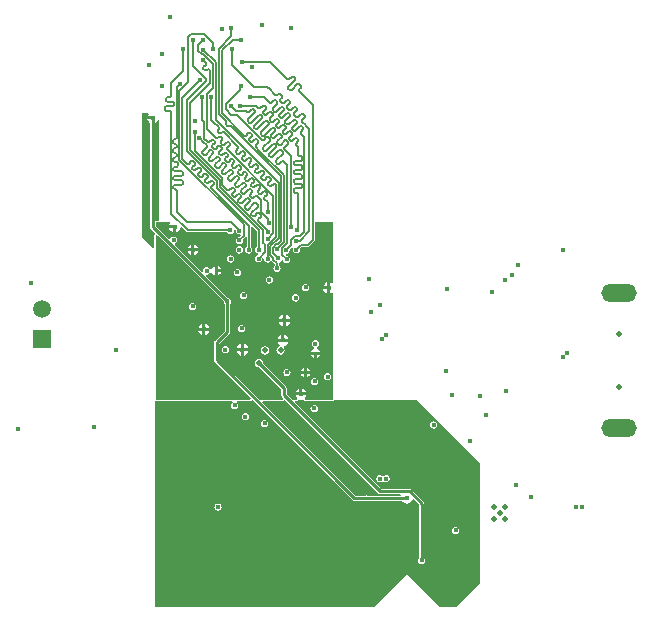
<source format=gbr>
%TF.GenerationSoftware,Altium Limited,Altium Designer,20.0.12 (288)*%
G04 Layer_Physical_Order=3*
G04 Layer_Color=16440176*
%FSLAX43Y43*%
%MOMM*%
%TF.FileFunction,Copper,L3,Inr,Signal*%
%TF.Part,Single*%
G01*
G75*
%TA.AperFunction,Conductor*%
%ADD33C,0.254*%
%ADD36C,0.174*%
%ADD39C,0.133*%
%TA.AperFunction,ComponentPad*%
%ADD41C,1.500*%
%ADD42R,1.500X1.500*%
%ADD43C,0.500*%
%ADD44O,3.000X1.500*%
%TA.AperFunction,ViaPad*%
%ADD45C,0.500*%
%ADD46C,0.432*%
%ADD47C,0.508*%
%ADD48C,0.305*%
G36*
X90714Y81030D02*
X90780Y81009D01*
Y72523D01*
X90451D01*
X90441Y72530D01*
Y80811D01*
X90560Y80890D01*
X90653Y81030D01*
X90714Y81030D01*
D02*
G37*
G36*
X89859Y81534D02*
X89778Y81413D01*
X89767Y81356D01*
X90221D01*
Y81102D01*
X89767D01*
X89778Y81046D01*
X89882Y80890D01*
X90001Y80811D01*
Y72009D01*
X90017Y71925D01*
X90065Y71853D01*
X90424Y71494D01*
X90383Y71370D01*
X90376Y71352D01*
X90362Y71338D01*
Y71319D01*
X90355Y71302D01*
Y70221D01*
X90237Y70173D01*
X89300Y71110D01*
Y81661D01*
X89810D01*
X89859Y81534D01*
D02*
G37*
G36*
X105487Y67313D02*
X105360Y67245D01*
X105284Y67295D01*
X105227Y67307D01*
Y66853D01*
Y66399D01*
X105284Y66410D01*
X105360Y66461D01*
X105487Y66393D01*
Y57392D01*
X105462Y57367D01*
X103103D01*
X103065Y57494D01*
X103107Y57522D01*
X103211Y57678D01*
X103222Y57734D01*
X102315D01*
X102326Y57678D01*
X102430Y57522D01*
X102472Y57494D01*
X102433Y57367D01*
X102012D01*
X101549Y57831D01*
Y58336D01*
X101532Y58420D01*
X101484Y58492D01*
X99530Y60445D01*
X99537Y60477D01*
X99510Y60611D01*
X99434Y60725D01*
X99321Y60800D01*
X99187Y60827D01*
X99053Y60800D01*
X98940Y60725D01*
X98864Y60611D01*
X98837Y60477D01*
X98864Y60344D01*
X98940Y60230D01*
X99053Y60154D01*
X99187Y60128D01*
X99219Y60134D01*
X101108Y58245D01*
Y57739D01*
X101125Y57655D01*
X101173Y57584D01*
X101272Y57485D01*
X101223Y57367D01*
X99271D01*
X95836Y60802D01*
Y62121D01*
X96676Y62961D01*
X96723Y63033D01*
X96740Y63117D01*
Y65491D01*
X96807Y65591D01*
X96831Y65710D01*
X96807Y65829D01*
X96740Y65930D01*
X96639Y65997D01*
X96521Y66020D01*
X94685Y67856D01*
X94747Y67973D01*
X94793Y67964D01*
X94912Y67988D01*
X95013Y68055D01*
X95065Y68133D01*
X95159Y68132D01*
X95197Y68120D01*
X95197Y68117D01*
X95287Y67982D01*
X95422Y67893D01*
X95453Y67886D01*
Y68275D01*
Y68664D01*
X95422Y68658D01*
X95287Y68568D01*
X95197Y68434D01*
X95197Y68431D01*
X95159Y68419D01*
X95065Y68417D01*
X95013Y68495D01*
X94912Y68562D01*
X94793Y68586D01*
X94674Y68562D01*
X94573Y68495D01*
X94506Y68394D01*
X94482Y68275D01*
X94491Y68230D01*
X94374Y68167D01*
X92075Y70466D01*
X92117Y70604D01*
X92118Y70604D01*
X92219Y70672D01*
X92286Y70772D01*
X92310Y70891D01*
X92286Y71010D01*
X92219Y71111D01*
X92118Y71179D01*
X91999Y71202D01*
X91880Y71179D01*
X91779Y71111D01*
X91712Y71010D01*
X91711Y71009D01*
X91574Y70967D01*
X90451Y72090D01*
Y72427D01*
X91644D01*
X91704Y72300D01*
X91632Y72193D01*
X91621Y72136D01*
X92075D01*
Y72009D01*
X92202D01*
Y71555D01*
X92258Y71567D01*
X92414Y71670D01*
X92518Y71826D01*
X92538Y71930D01*
X92676Y71971D01*
X93055Y71592D01*
X93107Y71558D01*
X93167Y71546D01*
X96513D01*
X96554Y71484D01*
X96655Y71417D01*
X96774Y71393D01*
X96893Y71417D01*
X96994Y71484D01*
X97061Y71585D01*
X97083Y71694D01*
X97123Y71722D01*
X97203Y71759D01*
X97244Y71725D01*
X97235Y71679D01*
X97259Y71561D01*
X97326Y71460D01*
X97427Y71392D01*
X97546Y71369D01*
X97672Y71275D01*
X97567Y71176D01*
X97561Y71177D01*
X97442Y71153D01*
X97342Y71086D01*
X97274Y70985D01*
X97251Y70866D01*
X97274Y70747D01*
X97342Y70646D01*
X97442Y70579D01*
X97561Y70555D01*
X97680Y70579D01*
X97781Y70646D01*
X97849Y70747D01*
X97872Y70866D01*
X97858Y70938D01*
X98029Y71110D01*
X98063Y71161D01*
X98063Y71162D01*
X98190Y71150D01*
Y70314D01*
X98129Y70273D01*
X98062Y70172D01*
X98038Y70053D01*
X98062Y69934D01*
X98129Y69833D01*
X98230Y69766D01*
X98349Y69742D01*
X98468Y69766D01*
X98569Y69833D01*
X98636Y69934D01*
X98660Y70053D01*
X98636Y70172D01*
X98569Y70273D01*
X98507Y70314D01*
Y71981D01*
X98634Y72033D01*
X99029Y71639D01*
Y70314D01*
X98967Y70273D01*
X98900Y70172D01*
X98876Y70053D01*
X98900Y69934D01*
X98967Y69833D01*
X99068Y69766D01*
X99151Y69750D01*
Y69620D01*
X99068Y69604D01*
X98967Y69536D01*
X98900Y69436D01*
X98876Y69317D01*
X98900Y69198D01*
X98967Y69097D01*
X99068Y69029D01*
X99187Y69006D01*
X99306Y69029D01*
X99407Y69097D01*
X99474Y69198D01*
X99498Y69317D01*
X99492Y69347D01*
X99524Y69370D01*
X99639Y69295D01*
X99638Y69291D01*
X99662Y69172D01*
X99729Y69071D01*
X99830Y69004D01*
X99949Y68980D01*
X100068Y69004D01*
X100169Y69071D01*
X100178Y69085D01*
X100257Y69097D01*
X100333Y69089D01*
X100566Y68856D01*
X100558Y68726D01*
X100517Y68698D01*
X100449Y68597D01*
X100426Y68478D01*
X100449Y68359D01*
X100517Y68259D01*
X100617Y68191D01*
X100736Y68168D01*
X100855Y68191D01*
X100956Y68259D01*
X101024Y68359D01*
X101047Y68478D01*
X101024Y68597D01*
X100956Y68698D01*
X100895Y68739D01*
Y68910D01*
X100965Y69038D01*
X101066Y69105D01*
X101120Y69186D01*
X101204Y69186D01*
X101252Y69172D01*
X101262Y69121D01*
X101329Y69021D01*
X101430Y68953D01*
X101549Y68930D01*
X101668Y68953D01*
X101769Y69021D01*
X101836Y69121D01*
X101860Y69240D01*
X101836Y69359D01*
X101769Y69460D01*
X101668Y69528D01*
X101549Y69551D01*
X101514Y69544D01*
X101469Y69595D01*
X101487Y69655D01*
X101527Y69721D01*
X101625Y69741D01*
X101726Y69808D01*
X101793Y69909D01*
X101817Y70028D01*
X101801Y70106D01*
X101983Y70288D01*
X102081Y70207D01*
X102075Y70198D01*
X102051Y70079D01*
X102075Y69960D01*
X102142Y69859D01*
X102243Y69791D01*
X102362Y69768D01*
X102481Y69791D01*
X102582Y69859D01*
X102649Y69960D01*
X102673Y70079D01*
X102658Y70151D01*
X102809Y70301D01*
X103327D01*
X103388Y70313D01*
X103439Y70348D01*
X103896Y70805D01*
X103931Y70856D01*
X103943Y70917D01*
Y72427D01*
X105487D01*
Y67313D01*
D02*
G37*
G36*
X96209Y65709D02*
X96233Y65591D01*
X96300Y65491D01*
Y63208D01*
X95460Y62368D01*
X95412Y62297D01*
X95395Y62212D01*
Y60711D01*
X95412Y60627D01*
X95460Y60556D01*
X98531Y57485D01*
X98482Y57367D01*
X90451D01*
Y71302D01*
X90568Y71350D01*
X96209Y65709D01*
D02*
G37*
G36*
X117898Y52045D02*
Y41825D01*
X115926Y39853D01*
X114465D01*
X111738Y42580D01*
X108959Y39802D01*
X90449D01*
Y57270D01*
X90451Y57271D01*
X96939D01*
X96977Y57144D01*
X96935Y57116D01*
X96868Y57015D01*
X96844Y56896D01*
X96868Y56777D01*
X96935Y56676D01*
X97036Y56609D01*
X97155Y56585D01*
X97274Y56609D01*
X97375Y56676D01*
X97442Y56777D01*
X97466Y56896D01*
X97442Y57015D01*
X97375Y57116D01*
X97333Y57144D01*
X97371Y57271D01*
X98482D01*
X98500Y57278D01*
X98519D01*
X98532Y57292D01*
X98550Y57299D01*
X98608Y57318D01*
X98654Y57320D01*
X98702Y57314D01*
X107137Y48878D01*
X107208Y48831D01*
X107293Y48814D01*
X111320D01*
X111399Y48695D01*
X111554Y48591D01*
X111738Y48555D01*
X111921Y48591D01*
X112076Y48695D01*
X112180Y48851D01*
X112189Y48895D01*
X112327Y48936D01*
X112777Y48486D01*
Y44004D01*
X112710Y43904D01*
X112686Y43785D01*
X112710Y43666D01*
X112777Y43565D01*
X112878Y43498D01*
X112997Y43474D01*
X113116Y43498D01*
X113217Y43565D01*
X113284Y43666D01*
X113308Y43785D01*
X113284Y43904D01*
X113217Y44004D01*
Y48578D01*
X113200Y48662D01*
X113153Y48733D01*
X112114Y49772D01*
X112043Y49820D01*
X111958Y49836D01*
X109543D01*
X102225Y57154D01*
X102274Y57271D01*
X102433D01*
X102455Y57280D01*
X102479Y57282D01*
X102488Y57294D01*
X102501Y57299D01*
X102510Y57321D01*
X102525Y57339D01*
X102538Y57379D01*
X102999D01*
X103011Y57339D01*
X103026Y57321D01*
X103035Y57299D01*
X103049Y57294D01*
X103058Y57282D01*
X103082Y57280D01*
X103103Y57271D01*
X105462D01*
X105530Y57299D01*
X105555Y57324D01*
X105578Y57379D01*
X112563D01*
X117898Y52045D01*
D02*
G37*
G36*
X101443Y57314D02*
X109296Y49461D01*
X109367Y49413D01*
X109451Y49396D01*
X111131D01*
X111203Y49269D01*
X111194Y49254D01*
X108471D01*
X100581Y57144D01*
X100587Y57271D01*
X101223D01*
X101241Y57278D01*
X101260D01*
X101274Y57292D01*
X101291Y57299D01*
X101365Y57324D01*
X101443Y57314D01*
D02*
G37*
G36*
X100577Y57148D02*
X108354Y49372D01*
X108305Y49254D01*
X107384D01*
X99484Y57154D01*
X99533Y57271D01*
X100577D01*
Y57148D01*
D02*
G37*
%LPC*%
G36*
X91948Y71882D02*
X91621D01*
X91632Y71826D01*
X91736Y71670D01*
X91892Y71567D01*
X91948Y71555D01*
Y71882D01*
D02*
G37*
G36*
X93751Y70507D02*
Y70180D01*
X94078D01*
X94067Y70237D01*
X93963Y70392D01*
X93808Y70496D01*
X93751Y70507D01*
D02*
G37*
G36*
X93497D02*
X93441Y70496D01*
X93286Y70392D01*
X93182Y70237D01*
X93171Y70180D01*
X93497D01*
Y70507D01*
D02*
G37*
G36*
X97561Y70364D02*
X97442Y70340D01*
X97342Y70273D01*
X97274Y70172D01*
X97251Y70053D01*
X97274Y69934D01*
X97342Y69833D01*
X97442Y69766D01*
X97561Y69742D01*
X97680Y69766D01*
X97781Y69833D01*
X97849Y69934D01*
X97872Y70053D01*
X97849Y70172D01*
X97781Y70273D01*
X97680Y70340D01*
X97561Y70364D01*
D02*
G37*
G36*
X94078Y69926D02*
X93751D01*
Y69600D01*
X93808Y69611D01*
X93963Y69715D01*
X94067Y69870D01*
X94078Y69926D01*
D02*
G37*
G36*
X93497D02*
X93171D01*
X93182Y69870D01*
X93286Y69715D01*
X93441Y69611D01*
X93497Y69600D01*
Y69926D01*
D02*
G37*
G36*
X96809Y69600D02*
X96690Y69576D01*
X96589Y69509D01*
X96522Y69408D01*
X96498Y69289D01*
X96522Y69170D01*
X96589Y69069D01*
X96690Y69002D01*
X96809Y68978D01*
X96928Y69002D01*
X97029Y69069D01*
X97096Y69170D01*
X97120Y69289D01*
X97096Y69408D01*
X97029Y69509D01*
X96928Y69576D01*
X96809Y69600D01*
D02*
G37*
G36*
X95707Y68664D02*
Y68402D01*
X95969D01*
X95963Y68434D01*
X95873Y68568D01*
X95739Y68658D01*
X95707Y68664D01*
D02*
G37*
G36*
X95969Y68148D02*
X95707D01*
Y67886D01*
X95739Y67893D01*
X95873Y67982D01*
X95963Y68117D01*
X95969Y68148D01*
D02*
G37*
G36*
X97384Y68455D02*
X97265Y68432D01*
X97165Y68364D01*
X97097Y68264D01*
X97074Y68145D01*
X97097Y68026D01*
X97165Y67925D01*
X97265Y67858D01*
X97384Y67834D01*
X97503Y67858D01*
X97604Y67925D01*
X97671Y68026D01*
X97695Y68145D01*
X97671Y68264D01*
X97604Y68364D01*
X97503Y68432D01*
X97384Y68455D01*
D02*
G37*
G36*
X100081Y67815D02*
X99962Y67791D01*
X99861Y67724D01*
X99794Y67623D01*
X99770Y67504D01*
X99794Y67385D01*
X99861Y67284D01*
X99962Y67217D01*
X100081Y67193D01*
X100200Y67217D01*
X100301Y67284D01*
X100368Y67385D01*
X100392Y67504D01*
X100368Y67623D01*
X100301Y67724D01*
X100200Y67791D01*
X100081Y67815D01*
D02*
G37*
G36*
X104973Y67307D02*
X104917Y67295D01*
X104762Y67192D01*
X104658Y67036D01*
X104647Y66980D01*
X104973D01*
Y67307D01*
D02*
G37*
G36*
X103175Y67189D02*
X103056Y67165D01*
X102955Y67098D01*
X102888Y66997D01*
X102864Y66878D01*
X102888Y66759D01*
X102955Y66658D01*
X103056Y66591D01*
X103175Y66567D01*
X103294Y66591D01*
X103395Y66658D01*
X103462Y66759D01*
X103486Y66878D01*
X103462Y66997D01*
X103395Y67098D01*
X103294Y67165D01*
X103175Y67189D01*
D02*
G37*
G36*
X104973Y66726D02*
X104647D01*
X104658Y66669D01*
X104762Y66514D01*
X104917Y66410D01*
X104973Y66399D01*
Y66726D01*
D02*
G37*
G36*
X97917Y66520D02*
X97798Y66496D01*
X97697Y66429D01*
X97630Y66328D01*
X97606Y66209D01*
X97630Y66090D01*
X97697Y65989D01*
X97798Y65922D01*
X97917Y65898D01*
X98036Y65922D01*
X98137Y65989D01*
X98204Y66090D01*
X98228Y66209D01*
X98204Y66328D01*
X98137Y66429D01*
X98036Y66496D01*
X97917Y66520D01*
D02*
G37*
G36*
X102311Y66300D02*
X102192Y66276D01*
X102091Y66209D01*
X102024Y66108D01*
X102000Y65989D01*
X102024Y65870D01*
X102091Y65769D01*
X102192Y65702D01*
X102311Y65678D01*
X102430Y65702D01*
X102531Y65769D01*
X102598Y65870D01*
X102622Y65989D01*
X102598Y66108D01*
X102531Y66209D01*
X102430Y66276D01*
X102311Y66300D01*
D02*
G37*
G36*
X101498Y64577D02*
Y64211D01*
X101864D01*
X101850Y64282D01*
X101738Y64450D01*
X101570Y64563D01*
X101498Y64577D01*
D02*
G37*
G36*
X101244D02*
X101173Y64563D01*
X101005Y64450D01*
X100893Y64282D01*
X100879Y64211D01*
X101244D01*
Y64577D01*
D02*
G37*
G36*
X101864Y63957D02*
X101498D01*
Y63592D01*
X101570Y63606D01*
X101738Y63718D01*
X101850Y63886D01*
X101864Y63957D01*
D02*
G37*
G36*
X101244D02*
X100879D01*
X100893Y63886D01*
X101005Y63718D01*
X101173Y63606D01*
X101244Y63592D01*
Y63957D01*
D02*
G37*
G36*
X97739Y63709D02*
X97620Y63686D01*
X97519Y63618D01*
X97452Y63517D01*
X97428Y63398D01*
X97452Y63279D01*
X97519Y63179D01*
X97620Y63111D01*
X97739Y63088D01*
X97858Y63111D01*
X97959Y63179D01*
X98026Y63279D01*
X98050Y63398D01*
X98026Y63517D01*
X97959Y63618D01*
X97858Y63686D01*
X97739Y63709D01*
D02*
G37*
G36*
X101371Y62836D02*
Y62509D01*
X101698D01*
X101687Y62566D01*
X101583Y62721D01*
X101428Y62825D01*
X101371Y62836D01*
D02*
G37*
G36*
X101117D02*
X101061Y62825D01*
X100906Y62721D01*
X100802Y62566D01*
X100791Y62509D01*
X101117D01*
Y62836D01*
D02*
G37*
G36*
X97942Y62088D02*
Y61722D01*
X98308D01*
X98294Y61793D01*
X98182Y61961D01*
X98014Y62074D01*
X97942Y62088D01*
D02*
G37*
G36*
X97688D02*
X97617Y62074D01*
X97449Y61961D01*
X97337Y61793D01*
X97323Y61722D01*
X97688D01*
Y62088D01*
D02*
G37*
G36*
X103988Y62414D02*
X103869Y62390D01*
X103768Y62323D01*
X103700Y62222D01*
X103677Y62103D01*
X103700Y61984D01*
X103768Y61883D01*
X103869Y61816D01*
X103882Y61813D01*
X103882Y61684D01*
X103829Y61673D01*
X103695Y61583D01*
X103605Y61449D01*
X103599Y61417D01*
X104377D01*
X104370Y61449D01*
X104281Y61583D01*
X104146Y61673D01*
X104093Y61684D01*
X104093Y61813D01*
X104107Y61816D01*
X104207Y61883D01*
X104275Y61984D01*
X104298Y62103D01*
X104275Y62222D01*
X104207Y62323D01*
X104107Y62390D01*
X103988Y62414D01*
D02*
G37*
G36*
X96368Y61906D02*
X96249Y61882D01*
X96148Y61815D01*
X96080Y61714D01*
X96057Y61595D01*
X96080Y61476D01*
X96148Y61375D01*
X96249Y61308D01*
X96368Y61284D01*
X96487Y61308D01*
X96587Y61375D01*
X96655Y61476D01*
X96678Y61595D01*
X96655Y61714D01*
X96587Y61815D01*
X96487Y61882D01*
X96368Y61906D01*
D02*
G37*
G36*
X101698Y62255D02*
X100791D01*
X100802Y62199D01*
X100906Y62044D01*
X100960Y62007D01*
X100933Y61872D01*
X100907Y61867D01*
X100794Y61791D01*
X100718Y61678D01*
X100692Y61544D01*
X100718Y61410D01*
X100794Y61297D01*
X100907Y61221D01*
X101041Y61195D01*
X101175Y61221D01*
X101288Y61297D01*
X101364Y61410D01*
X101391Y61544D01*
X101364Y61678D01*
X101288Y61791D01*
X101325Y61919D01*
X101428Y61940D01*
X101583Y62044D01*
X101687Y62199D01*
X101698Y62255D01*
D02*
G37*
G36*
X99720Y61894D02*
X99587Y61867D01*
X99473Y61791D01*
X99397Y61678D01*
X99371Y61544D01*
X99397Y61410D01*
X99473Y61297D01*
X99587Y61221D01*
X99720Y61195D01*
X99854Y61221D01*
X99968Y61297D01*
X100043Y61410D01*
X100070Y61544D01*
X100043Y61678D01*
X99968Y61791D01*
X99854Y61867D01*
X99720Y61894D01*
D02*
G37*
G36*
X98308Y61468D02*
X97942D01*
Y61102D01*
X98014Y61116D01*
X98182Y61229D01*
X98294Y61397D01*
X98308Y61468D01*
D02*
G37*
G36*
X97688D02*
X97323D01*
X97337Y61397D01*
X97449Y61229D01*
X97617Y61116D01*
X97688Y61102D01*
Y61468D01*
D02*
G37*
G36*
X104377Y61163D02*
X104115D01*
Y60901D01*
X104146Y60907D01*
X104281Y60997D01*
X104370Y61132D01*
X104377Y61163D01*
D02*
G37*
G36*
X103861D02*
X103599D01*
X103605Y61132D01*
X103695Y60997D01*
X103829Y60907D01*
X103861Y60901D01*
Y61163D01*
D02*
G37*
G36*
X103268Y60045D02*
Y59783D01*
X103530D01*
X103524Y59815D01*
X103434Y59949D01*
X103299Y60039D01*
X103268Y60045D01*
D02*
G37*
G36*
X103014D02*
X102982Y60039D01*
X102848Y59949D01*
X102758Y59815D01*
X102752Y59783D01*
X103014D01*
Y60045D01*
D02*
G37*
G36*
X101575Y60001D02*
X101456Y59977D01*
X101355Y59910D01*
X101287Y59809D01*
X101264Y59690D01*
X101287Y59571D01*
X101355Y59470D01*
X101456Y59403D01*
X101575Y59379D01*
X101694Y59403D01*
X101794Y59470D01*
X101862Y59571D01*
X101885Y59690D01*
X101862Y59809D01*
X101794Y59910D01*
X101694Y59977D01*
X101575Y60001D01*
D02*
G37*
G36*
X103530Y59529D02*
X103268D01*
Y59267D01*
X103299Y59273D01*
X103434Y59363D01*
X103524Y59497D01*
X103530Y59529D01*
D02*
G37*
G36*
X103014D02*
X102752D01*
X102758Y59497D01*
X102848Y59363D01*
X102982Y59273D01*
X103014Y59267D01*
Y59529D01*
D02*
G37*
G36*
X105029Y59620D02*
X104910Y59596D01*
X104809Y59529D01*
X104742Y59428D01*
X104718Y59309D01*
X104742Y59190D01*
X104809Y59089D01*
X104910Y59022D01*
X105029Y58998D01*
X105148Y59022D01*
X105249Y59089D01*
X105316Y59190D01*
X105340Y59309D01*
X105316Y59428D01*
X105249Y59529D01*
X105148Y59596D01*
X105029Y59620D01*
D02*
G37*
G36*
X103937Y59239D02*
X103818Y59215D01*
X103717Y59148D01*
X103650Y59047D01*
X103626Y58928D01*
X103650Y58809D01*
X103717Y58708D01*
X103818Y58641D01*
X103937Y58617D01*
X104056Y58641D01*
X104157Y58708D01*
X104224Y58809D01*
X104248Y58928D01*
X104224Y59047D01*
X104157Y59148D01*
X104056Y59215D01*
X103937Y59239D01*
D02*
G37*
G36*
X102895Y58315D02*
Y57988D01*
X103222D01*
X103211Y58045D01*
X103107Y58200D01*
X102952Y58304D01*
X102895Y58315D01*
D02*
G37*
G36*
X102641D02*
X102585Y58304D01*
X102430Y58200D01*
X102326Y58045D01*
X102315Y57988D01*
X102641D01*
Y58315D01*
D02*
G37*
G36*
X93599Y65589D02*
X93480Y65565D01*
X93379Y65498D01*
X93312Y65397D01*
X93288Y65278D01*
X93312Y65159D01*
X93379Y65058D01*
X93480Y64991D01*
X93599Y64967D01*
X93718Y64991D01*
X93819Y65058D01*
X93886Y65159D01*
X93910Y65278D01*
X93886Y65397D01*
X93819Y65498D01*
X93718Y65565D01*
X93599Y65589D01*
D02*
G37*
G36*
X94666Y63776D02*
Y63449D01*
X94993D01*
X94981Y63506D01*
X94878Y63661D01*
X94722Y63765D01*
X94666Y63776D01*
D02*
G37*
G36*
X94412D02*
X94355Y63765D01*
X94200Y63661D01*
X94096Y63506D01*
X94085Y63449D01*
X94412D01*
Y63776D01*
D02*
G37*
G36*
X94993Y63195D02*
X94666D01*
Y62868D01*
X94722Y62880D01*
X94878Y62983D01*
X94981Y63139D01*
X94993Y63195D01*
D02*
G37*
G36*
X94412D02*
X94085D01*
X94096Y63139D01*
X94200Y62983D01*
X94355Y62880D01*
X94412Y62868D01*
Y63195D01*
D02*
G37*
G36*
X103881Y56951D02*
X103762Y56928D01*
X103661Y56860D01*
X103594Y56759D01*
X103570Y56641D01*
X103594Y56522D01*
X103661Y56421D01*
X103762Y56353D01*
X103881Y56330D01*
X104000Y56353D01*
X104101Y56421D01*
X104168Y56522D01*
X104192Y56641D01*
X104168Y56759D01*
X104101Y56860D01*
X104000Y56928D01*
X103881Y56951D01*
D02*
G37*
G36*
X98069Y56242D02*
X97950Y56218D01*
X97850Y56151D01*
X97782Y56050D01*
X97759Y55931D01*
X97782Y55812D01*
X97850Y55711D01*
X97950Y55644D01*
X98069Y55620D01*
X98188Y55644D01*
X98289Y55711D01*
X98357Y55812D01*
X98380Y55931D01*
X98357Y56050D01*
X98289Y56151D01*
X98188Y56218D01*
X98069Y56242D01*
D02*
G37*
G36*
X99688Y55680D02*
X99569Y55656D01*
X99468Y55588D01*
X99401Y55488D01*
X99377Y55369D01*
X99401Y55250D01*
X99468Y55149D01*
X99569Y55082D01*
X99688Y55058D01*
X99807Y55082D01*
X99908Y55149D01*
X99975Y55250D01*
X99999Y55369D01*
X99975Y55488D01*
X99908Y55588D01*
X99807Y55656D01*
X99688Y55680D01*
D02*
G37*
G36*
X113995Y55530D02*
X113876Y55507D01*
X113775Y55439D01*
X113708Y55339D01*
X113684Y55220D01*
X113708Y55101D01*
X113775Y55000D01*
X113876Y54932D01*
X113995Y54909D01*
X114114Y54932D01*
X114215Y55000D01*
X114282Y55101D01*
X114306Y55220D01*
X114282Y55339D01*
X114215Y55439D01*
X114114Y55507D01*
X113995Y55530D01*
D02*
G37*
G36*
X109969Y50984D02*
X109850Y50960D01*
X109799Y50926D01*
X109709Y50903D01*
X109619Y50926D01*
X109568Y50960D01*
X109449Y50984D01*
X109330Y50960D01*
X109229Y50893D01*
X109161Y50792D01*
X109138Y50673D01*
X109161Y50554D01*
X109229Y50453D01*
X109330Y50386D01*
X109449Y50362D01*
X109568Y50386D01*
X109619Y50420D01*
X109709Y50443D01*
X109799Y50420D01*
X109850Y50386D01*
X109969Y50362D01*
X110088Y50386D01*
X110189Y50453D01*
X110256Y50554D01*
X110280Y50673D01*
X110256Y50792D01*
X110189Y50893D01*
X110088Y50960D01*
X109969Y50984D01*
D02*
G37*
G36*
X95742Y48598D02*
X95623Y48575D01*
X95522Y48507D01*
X95455Y48406D01*
X95431Y48287D01*
X95455Y48168D01*
X95522Y48068D01*
X95623Y48000D01*
X95742Y47977D01*
X95861Y48000D01*
X95962Y48068D01*
X96029Y48168D01*
X96053Y48287D01*
X96029Y48406D01*
X95962Y48507D01*
X95861Y48575D01*
X95742Y48598D01*
D02*
G37*
G36*
X115878Y46614D02*
X115759Y46590D01*
X115658Y46523D01*
X115590Y46422D01*
X115567Y46303D01*
X115590Y46184D01*
X115658Y46084D01*
X115759Y46016D01*
X115878Y45993D01*
X115996Y46016D01*
X116097Y46084D01*
X116165Y46184D01*
X116188Y46303D01*
X116165Y46422D01*
X116097Y46523D01*
X115996Y46590D01*
X115878Y46614D01*
D02*
G37*
%LPD*%
D33*
X90221Y72009D02*
Y81229D01*
Y72009D02*
X96520Y65710D01*
X101328Y57739D02*
Y58336D01*
X109451Y49616D02*
X111958D01*
X101328Y57739D02*
X109451Y49616D01*
X107293Y49034D02*
X111738D01*
X95615Y60711D02*
X107293Y49034D01*
X112997Y43785D02*
Y48578D01*
X111958Y49616D02*
X112997Y48578D01*
X99187Y60477D02*
X101328Y58336D01*
X95615Y60711D02*
Y62212D01*
X96520Y63117D01*
Y65710D01*
D36*
X98755Y83820D02*
X99949D01*
X99974Y83795D02*
X100036Y83733D01*
X100593Y83176D01*
X100745D01*
X100822Y83253D01*
X100973D01*
X101124Y83102D01*
Y82950D02*
Y83102D01*
X101006Y82832D02*
X101124Y82950D01*
X101006Y82681D02*
Y82832D01*
Y82681D02*
X101157Y82530D01*
X101308D01*
X101558Y82779D01*
X101709D01*
X101860Y82627D01*
Y82476D02*
Y82627D01*
X101603Y82219D02*
X101860Y82476D01*
X101603Y82068D02*
Y82219D01*
Y82068D02*
X101754Y81917D01*
X101906D01*
X102162Y82174D01*
X102314D01*
X102465Y82023D01*
Y81871D02*
Y82023D01*
X102216Y81622D02*
X102465Y81871D01*
X102216Y81471D02*
Y81622D01*
Y81471D02*
X102367Y81320D01*
X102518D01*
X102767Y81569D01*
X102919D01*
X103070Y81418D01*
Y81266D02*
Y81418D01*
X102862Y81058D02*
X103070Y81266D01*
X102862Y80907D02*
Y81058D01*
Y80907D02*
X103164Y80605D01*
X103226Y80543D01*
X99949Y83820D02*
X99974Y83795D01*
X103226Y80543D02*
X103454Y80315D01*
X96901Y85674D02*
X98755Y83820D01*
X96901Y85674D02*
Y86157D01*
X103454Y79604D02*
Y80315D01*
X102449Y71730D02*
X102489Y71770D01*
X102385Y70792D02*
X102434Y70842D01*
D39*
X97612Y82271D02*
X98958D01*
X96418Y81940D02*
Y82403D01*
X97627Y83860D02*
X97663Y83896D01*
X97627Y83611D02*
Y83860D01*
X96418Y82403D02*
X97627Y83611D01*
X96825Y82194D02*
X97231Y81788D01*
X98409Y83007D02*
X99619D01*
X96418Y81940D02*
X96876Y81483D01*
X97358D01*
X96088Y81610D02*
X97893Y79806D01*
X97961Y79737D01*
X98098D01*
X98322Y79962D01*
X98459D01*
X98596Y79825D01*
Y79688D02*
Y79825D01*
X98363Y79455D02*
X98596Y79688D01*
X98363Y79319D02*
X98363Y79455D01*
X98363Y79319D02*
X98500Y79182D01*
X98636Y79182D01*
X98869Y79415D01*
X99006D01*
X99143Y79278D01*
Y79141D02*
Y79278D01*
X98918Y78917D02*
X99143Y79141D01*
X98918Y78780D02*
Y78917D01*
Y78780D02*
X99239Y78460D01*
X96834Y80534D02*
X99205Y78163D01*
X95834Y81534D02*
Y81967D01*
Y81534D02*
X96377Y80992D01*
Y80855D02*
Y80992D01*
X96377Y80855D02*
X96377Y80855D01*
X96377Y80718D02*
Y80855D01*
Y80718D02*
X96513Y80581D01*
X96650D01*
X96650Y80581D01*
X96787D01*
X96787Y80581D01*
X96834Y80534D01*
X95834Y81967D02*
Y87097D01*
X99239Y78460D02*
X101328Y76371D01*
X95729Y80075D02*
X95866Y79938D01*
X97508Y78161D02*
X97738Y78392D01*
X99969Y75563D02*
X100106Y75426D01*
X98328Y77204D02*
X98328Y77341D01*
X99422Y76110D02*
X99559Y75973D01*
X98875Y76794D02*
X99106Y77025D01*
X98832Y77298D02*
X98969D01*
X97234Y78435D02*
X97457Y78657D01*
X98465Y77067D02*
X98602Y77067D01*
X98875Y76657D02*
X99012Y76520D01*
X99149Y76520D01*
X97234Y78298D02*
X97371Y78161D01*
X96226Y80025D02*
X97457Y78794D01*
X97738Y78392D02*
X97875D01*
X100602Y75649D02*
X100649Y75602D01*
X99422Y76110D02*
X99422Y76247D01*
X99149Y76520D02*
X99379Y76751D01*
X95866Y79938D02*
X96003Y79938D01*
X95339Y80912D02*
X95816Y80435D01*
X95729Y80212D02*
X95816Y80298D01*
X100106Y75426D02*
X100243Y75426D01*
X99559Y75973D02*
X99696Y75973D01*
X98328Y77204D02*
X98465Y77067D01*
X100200Y75931D02*
Y76067D01*
X97234Y78298D02*
X97234Y78435D01*
X99926Y76204D02*
X100063D01*
X98969Y77298D02*
X99106Y77161D01*
X98422Y77845D02*
X98559Y77708D01*
X98055Y77614D02*
X98285Y77845D01*
X100063Y76204D02*
X100200Y76067D01*
X99653Y76478D02*
Y76614D01*
X98012Y78119D02*
Y78255D01*
X97875Y78392D02*
X98012Y78255D01*
X97781Y77888D02*
X98012Y78119D01*
X99516Y76751D02*
X99653Y76614D01*
X98285Y77845D02*
X98422D01*
X95816Y80298D02*
Y80435D01*
X99969Y75700D02*
X100200Y75931D01*
X99106Y77025D02*
Y77161D01*
X100243Y75426D02*
X100465Y75649D01*
X95729Y80075D02*
X95729Y80212D01*
X99969Y75563D02*
X99969Y75700D01*
X97918Y77614D02*
X98055Y77614D01*
X96003Y79938D02*
X96089Y80025D01*
X100465Y75649D02*
X100602D01*
X99379Y76751D02*
X99516D01*
X99422Y76247D02*
X99653Y76478D01*
X97781Y77751D02*
X97781Y77888D01*
X98875Y76657D02*
X98875Y76794D01*
X97371Y78161D02*
X97508Y78161D01*
X98328Y77341D02*
X98559Y77572D01*
X97457Y78657D02*
Y78794D01*
X96089Y80025D02*
X96226D01*
X99696Y75973D02*
X99926Y76204D01*
X97781Y77751D02*
X97918Y77614D01*
X98559Y77572D02*
Y77708D01*
X98602Y77067D02*
X98832Y77298D01*
X92758Y87071D02*
X92768Y87081D01*
Y87086D01*
X95834Y87097D02*
X96875Y88137D01*
Y88801D01*
X94564Y88316D02*
X95301Y87579D01*
Y87046D02*
Y87579D01*
X92758Y85163D02*
Y87071D01*
X94158Y79502D02*
X94209D01*
X95333Y83725D02*
Y85794D01*
X94818Y83210D02*
X95333Y83725D01*
X94812Y80270D02*
X95123Y79959D01*
X94812Y83186D02*
X94818Y83192D01*
X94396Y82949D02*
X94424Y82977D01*
X94818Y83192D02*
Y83210D01*
X94812Y80270D02*
Y83186D01*
X94396Y81033D02*
Y82949D01*
X95184Y81067D02*
Y83033D01*
X94082Y87427D02*
X94463Y87808D01*
X97765Y85979D02*
X100152D01*
X101600Y84531D01*
X92237Y79520D02*
Y80239D01*
X92140Y79424D02*
X92237Y79520D01*
X92063Y79424D02*
X92140D01*
X91966Y79327D02*
X92063Y79424D01*
X91966Y79134D02*
Y79327D01*
Y79134D02*
X92063Y79037D01*
X92140D01*
X92237Y78940D01*
Y78747D02*
Y78940D01*
X92140Y78650D02*
X92237Y78747D01*
X92063Y78650D02*
X92140D01*
X91966Y78553D02*
X92063Y78650D01*
X91966Y78360D02*
Y78553D01*
Y78360D02*
X92063Y78263D01*
X92140D01*
X92237Y78167D01*
Y77973D02*
Y78167D01*
X92140Y77877D02*
X92237Y77973D01*
X92063Y77877D02*
X92140D01*
X91966Y77780D02*
X92063Y77877D01*
X91966Y77587D02*
Y77780D01*
Y77587D02*
X92063Y77490D01*
X92246D01*
X92343Y77393D01*
Y77200D02*
Y77393D01*
X92246Y77103D02*
X92343Y77200D01*
X92063Y77103D02*
X92246D01*
X91966Y77006D02*
X92063Y77103D01*
X91966Y76813D02*
Y77006D01*
Y76813D02*
X92063Y76716D01*
X92648D01*
X92745Y76620D01*
Y76426D02*
Y76620D01*
X92648Y76330D02*
X92745Y76426D01*
X92063Y76330D02*
X92648D01*
X91966Y76233D02*
X92063Y76330D01*
X91966Y76040D02*
Y76233D01*
Y76040D02*
X92063Y75943D01*
X92648D01*
X92745Y75846D01*
Y75653D02*
Y75846D01*
X92648Y75556D02*
X92745Y75653D01*
X92063Y75556D02*
X92648D01*
X91966Y75459D02*
X92063Y75556D01*
X91966Y75266D02*
Y75459D01*
Y75266D02*
X92063Y75169D01*
X92140D01*
X92237Y75073D01*
Y75006D02*
Y75073D01*
Y80239D02*
Y83804D01*
Y73295D02*
Y75006D01*
X91745Y83081D02*
Y83236D01*
X91648Y82984D02*
X91745Y83081D01*
X91470Y82984D02*
X91648D01*
X91374Y82888D02*
X91470Y82984D01*
X91374Y82694D02*
Y82888D01*
Y82694D02*
X91470Y82598D01*
X91918D01*
X92015Y82501D01*
Y82308D02*
Y82501D01*
X91918Y82211D02*
X92015Y82308D01*
X91333Y82211D02*
X91918D01*
X91237Y82114D02*
X91333Y82211D01*
X91237Y81921D02*
Y82114D01*
Y81921D02*
X91333Y81824D01*
X91648D01*
X91745Y81727D01*
Y81661D02*
Y81727D01*
Y83236D02*
Y84150D01*
Y73127D02*
Y81661D01*
X94670Y85932D02*
X94726Y85877D01*
Y85740D02*
Y85877D01*
X94503Y85517D02*
X94726Y85740D01*
X94503Y85381D02*
X94503Y85517D01*
X94503Y85381D02*
X94640Y85244D01*
X94777Y85244D01*
X94864Y85331D01*
X95001D01*
X95098Y85235D01*
Y85141D02*
Y85235D01*
X94454Y86148D02*
X94670Y85932D01*
X95098Y84176D02*
Y85141D01*
X93777Y78435D02*
Y80035D01*
Y78435D02*
X96114Y76098D01*
X93389Y78493D02*
Y82467D01*
Y78493D02*
X95885Y75997D01*
X93389Y82467D02*
X95098Y84176D01*
X93116Y78410D02*
Y82728D01*
Y78410D02*
X95631Y75895D01*
X93116Y82728D02*
X94763Y84375D01*
X102732Y79894D02*
X102819Y79807D01*
X102732Y79894D02*
X102732Y80031D01*
X102954Y80253D01*
Y80390D01*
X102818Y80527D02*
X102954Y80390D01*
X102681Y80527D02*
X102818D01*
X102276Y80122D02*
X102681Y80527D01*
X102139Y80122D02*
X102276Y80122D01*
X102002Y80259D02*
X102139Y80122D01*
X102002Y80259D02*
X102002Y80395D01*
X102407Y80800D01*
Y80937D01*
X102271Y81074D02*
X102407Y80937D01*
X102134Y81074D02*
X102271D01*
X101729Y80669D02*
X102134Y81074D01*
X101592Y80669D02*
X101729Y80669D01*
X101455Y80806D02*
X101592Y80669D01*
X101455Y80806D02*
X101455Y80942D01*
X101860Y81347D01*
Y81484D01*
X101724Y81621D02*
X101860Y81484D01*
X101587Y81621D02*
X101724D01*
X101182Y81216D02*
X101587Y81621D01*
X101045Y81216D02*
X101182Y81216D01*
X100908Y81353D02*
X101045Y81216D01*
X100908Y81353D02*
X100908Y81489D01*
X101313Y81894D01*
Y82031D01*
X101177Y82168D02*
X101313Y82031D01*
X101040Y82168D02*
X101177D01*
X100635Y81763D02*
X101040Y82168D01*
X100498Y81763D02*
X100635Y81763D01*
X100361Y81900D02*
X100498Y81763D01*
X100361Y81900D02*
X100361Y82036D01*
X100766Y82441D01*
Y82578D01*
X100630Y82715D02*
X100766Y82578D01*
X100493Y82715D02*
X100630D01*
X100270Y82492D02*
X100493Y82715D01*
X100134Y82492D02*
X100270Y82492D01*
X100087Y82539D02*
X100134Y82492D01*
X99619Y83007D02*
X100087Y82539D01*
X93658Y85590D02*
Y87850D01*
X94763Y84375D02*
Y84485D01*
X93658Y85590D02*
X94763Y84485D01*
X96266Y75387D02*
X96537Y75116D01*
X96674D01*
X96886Y75329D01*
X97023Y75329D01*
X97159Y75192D01*
X97159Y75055D02*
X97159Y75192D01*
X96926Y74822D02*
X97159Y75055D01*
X96926Y74685D02*
Y74822D01*
Y74685D02*
X97063Y74548D01*
X97199D01*
X97433Y74782D01*
X97569Y74782D01*
X97706Y74645D01*
X97706Y74508D02*
X97706Y74645D01*
X97473Y74275D02*
X97706Y74508D01*
X97473Y74138D02*
Y74275D01*
Y74138D02*
X97610Y74001D01*
X97746D01*
X98170Y74425D01*
X98307D01*
X98444Y74289D01*
Y74152D02*
Y74289D01*
X98020Y73728D02*
X98444Y74152D01*
X98020Y73591D02*
Y73728D01*
Y73591D02*
X98157Y73454D01*
X98293D01*
X98820Y73981D01*
X98956D01*
X99093Y73844D01*
Y73707D02*
Y73844D01*
X98567Y73181D02*
X99093Y73707D01*
X98567Y73044D02*
Y73181D01*
Y73044D02*
X98704Y72907D01*
X98840D01*
X99085Y73152D01*
X99222D01*
X99359Y73015D01*
Y72879D02*
Y73015D01*
X99135Y72655D02*
X99359Y72879D01*
X99135Y72518D02*
Y72655D01*
Y72518D02*
X99455Y72198D01*
X96114Y75540D02*
X96266Y75387D01*
X99455Y72198D02*
X99892Y71761D01*
Y71603D02*
Y71761D01*
X96114Y75540D02*
Y76098D01*
X99993Y72346D02*
X100051Y72288D01*
X99993Y72346D02*
Y72694D01*
X99892Y71603D02*
X99949Y71546D01*
X95885Y75413D02*
Y75997D01*
Y75413D02*
X99568Y71730D01*
Y70670D02*
Y71730D01*
X95631Y75260D02*
Y75895D01*
X99187Y70053D02*
Y71704D01*
X95631Y75260D02*
X99187Y71704D01*
X99383Y73914D02*
Y74277D01*
X99119Y74541D02*
X99383Y74277D01*
X99022Y74638D02*
X99119Y74541D01*
X98885Y74638D02*
X99022D01*
X98715Y74468D02*
X98885Y74638D01*
X98578Y74468D02*
X98715Y74468D01*
X98442Y74604D02*
X98578Y74468D01*
X98442Y74604D02*
X98442Y74741D01*
X98637Y74937D01*
Y75073D01*
X98500Y75210D02*
X98637Y75073D01*
X98364Y75210D02*
X98500D01*
X97977Y74824D02*
X98364Y75210D01*
X97841Y74824D02*
X97977Y74824D01*
X97704Y74961D02*
X97841Y74824D01*
X97704Y74961D02*
X97704Y75097D01*
X98090Y75484D01*
Y75620D01*
X97953Y75757D02*
X98090Y75620D01*
X97817Y75757D02*
X97953D01*
X97430Y75371D02*
X97817Y75757D01*
X97294Y75371D02*
X97430Y75371D01*
X97157Y75508D02*
X97294Y75371D01*
X97157Y75508D02*
X97157Y75644D01*
X97543Y76031D01*
Y76167D01*
X97407Y76304D02*
X97543Y76167D01*
X97270Y76304D02*
X97407D01*
X96883Y75918D02*
X97270Y76304D01*
X96747Y75918D02*
X96883Y75918D01*
X96610Y76055D02*
X96747Y75918D01*
X96610Y76055D02*
X96610Y76191D01*
X96996Y76578D01*
Y76714D01*
X96860Y76851D02*
X96996Y76714D01*
X96723Y76851D02*
X96860D01*
X96337Y76465D02*
X96723Y76851D01*
X96200Y76465D02*
X96337Y76465D01*
X96063Y76601D02*
X96200Y76465D01*
X96063Y76601D02*
X96063Y76738D01*
X96449Y77125D01*
Y77261D01*
X96313Y77398D02*
X96449Y77261D01*
X96176Y77398D02*
X96313D01*
X95790Y77012D02*
X96176Y77398D01*
X95653Y77012D02*
X95790Y77012D01*
X95516Y77148D02*
X95653Y77012D01*
X95516Y77148D02*
X95516Y77285D01*
X95902Y77671D01*
Y77808D01*
X95766Y77945D02*
X95902Y77808D01*
X95629Y77945D02*
X95766D01*
X95243Y77559D02*
X95629Y77945D01*
X95106Y77559D02*
X95243Y77559D01*
X94969Y77695D02*
X95106Y77559D01*
X94969Y77695D02*
X94969Y77832D01*
X95355Y78218D01*
Y78355D01*
X95219Y78492D02*
X95355Y78355D01*
X95082Y78492D02*
X95219D01*
X94696Y78106D02*
X95082Y78492D01*
X94559Y78106D02*
X94696Y78106D01*
X94422Y78242D02*
X94559Y78106D01*
X94422Y78242D02*
X94422Y78379D01*
X94808Y78765D01*
Y78902D01*
X94488Y79223D02*
X94808Y78902D01*
X99383Y73565D02*
Y73914D01*
X94209Y79502D02*
X94488Y79223D01*
X94580Y79444D02*
X94772Y79252D01*
X94580Y79444D02*
Y80850D01*
X94396Y81033D02*
X94580Y80850D01*
X95184Y81067D02*
X95339Y80912D01*
X100649Y71143D02*
Y75602D01*
X95123Y79959D02*
X95560Y79522D01*
X95697Y79522D01*
X95822Y79648D01*
X95959Y79648D01*
X96096Y79511D01*
X96096Y79375D02*
X96096Y79511D01*
X95957Y79236D02*
X96096Y79375D01*
X95957Y79099D02*
Y79236D01*
Y79099D02*
X96094Y78962D01*
X96230D01*
X96466Y79198D01*
X96603Y79198D01*
X96740Y79061D01*
X96740Y78924D02*
X96740Y79061D01*
X96517Y78702D02*
X96740Y78924D01*
X96517Y78565D02*
X96517Y78702D01*
X96517Y78565D02*
X96838Y78245D01*
X100427Y74655D01*
Y71446D02*
Y74655D01*
X94772Y79252D02*
X94860Y79164D01*
X94996Y79164D01*
X95206Y79374D01*
X95343Y79374D01*
X95480Y79237D01*
X95480Y79101D02*
X95480Y79237D01*
X95270Y78891D02*
X95480Y79101D01*
X95270Y78754D02*
X95270Y78891D01*
X95270Y78754D02*
X95407Y78617D01*
X95543Y78617D01*
X95766Y78840D01*
X95903Y78840D01*
X96039Y78703D01*
X96039Y78566D02*
X96039Y78703D01*
X95817Y78344D02*
X96039Y78566D01*
X95817Y78207D02*
X95817Y78344D01*
X95817Y78207D02*
X95954Y78071D01*
X96090Y78071D01*
X96313Y78293D01*
X96450Y78293D01*
X96586Y78156D01*
X96586Y78020D02*
X96586Y78156D01*
X96364Y77797D02*
X96586Y78020D01*
X96364Y77660D02*
X96364Y77797D01*
X96364Y77660D02*
X96501Y77524D01*
X96637Y77524D01*
X96860Y77746D01*
X96996Y77746D01*
X97133Y77609D01*
X97133Y77473D02*
X97133Y77609D01*
X96911Y77250D02*
X97133Y77473D01*
X96911Y77113D02*
X96911Y77250D01*
X96911Y77113D02*
X97048Y76977D01*
X97184Y76977D01*
X97407Y77199D01*
X97543Y77199D01*
X97680Y77062D01*
X97680Y76926D02*
X97680Y77062D01*
X97458Y76703D02*
X97680Y76926D01*
X97458Y76566D02*
X97458Y76703D01*
X97458Y76566D02*
X97594Y76430D01*
X97731Y76430D01*
X97954Y76652D01*
X98090Y76652D01*
X98227Y76515D01*
X98227Y76379D02*
X98227Y76515D01*
X98005Y76156D02*
X98227Y76379D01*
X98005Y76019D02*
X98005Y76156D01*
X98005Y76019D02*
X98141Y75883D01*
X98278Y75883D01*
X98501Y76105D01*
X98637Y76105D01*
X98774Y75968D01*
X98774Y75832D02*
X98774Y75968D01*
X98552Y75609D02*
X98774Y75832D01*
X98552Y75472D02*
X98552Y75609D01*
X98552Y75472D02*
X98688Y75336D01*
X98825Y75336D01*
X99048Y75558D01*
X99184Y75558D01*
X99321Y75421D01*
X99321Y75285D02*
X99321Y75421D01*
X99099Y75062D02*
X99321Y75285D01*
X99099Y74925D02*
X99099Y75062D01*
X99099Y74925D02*
X99235Y74789D01*
X99372Y74789D01*
X99595Y75011D01*
X99731Y75011D01*
X99868Y74874D01*
X99868Y74738D02*
X99868Y74874D01*
X99646Y74515D02*
X99868Y74738D01*
X99646Y74378D02*
X99646Y74515D01*
X99646Y74378D02*
X99933Y74091D01*
Y74025D02*
Y74091D01*
Y73279D02*
Y74025D01*
X99390Y73297D02*
Y73558D01*
X99383Y73565D02*
X99390Y73558D01*
X92900Y77559D02*
X93132Y77327D01*
X93269D01*
X93492Y77549D01*
X93628D01*
X93765Y77413D01*
Y77276D02*
Y77413D01*
X93543Y77053D02*
X93765Y77276D01*
X93543Y76917D02*
Y77053D01*
Y76917D02*
X93679Y76780D01*
X93816D01*
X94039Y77002D01*
X94175D01*
X94312Y76866D01*
Y76729D02*
Y76866D01*
X94090Y76507D02*
X94312Y76729D01*
X94090Y76370D02*
Y76507D01*
Y76370D02*
X94226Y76233D01*
X94363D01*
X94586Y76455D01*
X94722D01*
X94859Y76319D01*
Y76182D02*
Y76319D01*
X94637Y75960D02*
X94859Y76182D01*
X94637Y75823D02*
Y75960D01*
Y75823D02*
X94773Y75686D01*
X94910D01*
X95133Y75909D01*
X95269D01*
X95406Y75772D01*
Y75635D02*
Y75772D01*
X95184Y75413D02*
X95406Y75635D01*
X95184Y75276D02*
Y75413D01*
Y75276D02*
X95504Y74955D01*
X92710Y77749D02*
X92900Y77559D01*
X95504Y74955D02*
X98349Y72111D01*
Y70053D02*
Y72111D01*
X92710Y77749D02*
Y82923D01*
X92458Y77688D02*
X97917Y72229D01*
Y71222D02*
Y72229D01*
X92458Y77688D02*
Y83492D01*
X93472Y88316D02*
X94564D01*
X93193Y88036D02*
X93472Y88316D01*
X93193Y84226D02*
Y88036D01*
X92710Y82923D02*
X94187Y84400D01*
X97503Y71722D02*
X97546Y71679D01*
X97503Y71722D02*
Y71747D01*
X97561Y70866D02*
X97917Y71222D01*
X96860Y72390D02*
X97503Y71747D01*
X95555Y81026D02*
X100870Y75710D01*
Y71051D02*
Y75710D01*
X99939Y70958D02*
X100427Y71446D01*
X99949Y70443D02*
X100649Y71143D01*
X100171Y70351D02*
X100870Y71051D01*
X96088Y86944D02*
X96977Y87833D01*
X96088Y81610D02*
Y86944D01*
X95555Y81026D02*
Y85928D01*
X94509Y86974D02*
X95555Y85928D01*
X94513Y86614D02*
X95333Y85794D01*
X94509Y86974D02*
Y87016D01*
X94082Y86919D02*
X94386Y86614D01*
X94513D01*
X94082Y86919D02*
Y87427D01*
X99568Y70670D02*
X99727Y70510D01*
X99187Y69317D02*
X99727Y69857D01*
Y70510D01*
X99390Y73297D02*
X99993Y72694D01*
X99949Y69291D02*
Y70443D01*
X100171Y69687D02*
Y70351D01*
X100392Y70251D02*
X100687Y70546D01*
X100830D02*
X101092Y70807D01*
X100687Y70546D02*
X100830D01*
X100178Y69647D02*
Y69680D01*
X100171Y69687D02*
X100178Y69680D01*
X100392Y69779D02*
X100846Y69325D01*
X100392Y69779D02*
Y70251D01*
X100736Y68478D02*
Y68910D01*
X100428Y69218D02*
X100736Y68910D01*
X100428Y69218D02*
Y69396D01*
X100178Y69647D02*
X100428Y69396D01*
X92458Y83492D02*
X93193Y84226D01*
X92237Y73295D02*
X93142Y72390D01*
X96860D01*
X93167Y71704D02*
X96774D01*
X91745Y73127D02*
X93167Y71704D01*
X99205Y78163D02*
X101092Y76276D01*
X102604Y83527D02*
X103645Y82487D01*
X102604Y83527D02*
Y83664D01*
X102728Y83788D01*
Y83924D01*
X102591Y84061D02*
X102728Y83924D01*
X102455Y84061D02*
X102591D01*
X101971Y83578D02*
X102455Y84061D01*
X101835Y83578D02*
X101971D01*
X101698Y83715D02*
X101835Y83578D01*
X101698Y83715D02*
Y83852D01*
X102280Y84433D01*
Y84570D01*
X102143Y84707D02*
X102280Y84570D01*
X102006Y84707D02*
X102143D01*
X101784Y84484D02*
X102006Y84707D01*
X101647Y84484D02*
X101784D01*
X101600Y84531D02*
X101647Y84484D01*
X103645Y82487D02*
X103784Y82347D01*
X102819Y79807D02*
X103048Y79578D01*
X103454Y71638D02*
Y79604D01*
X96901Y86157D02*
Y87046D01*
X103784Y70917D02*
Y82347D01*
X102489Y78081D02*
Y78283D01*
Y78081D02*
X102586Y77984D01*
X102729D01*
X102826Y77887D01*
Y77694D02*
Y77887D01*
X102729Y77597D02*
X102826Y77694D01*
X102264Y77597D02*
X102729D01*
X102167Y77501D02*
X102264Y77597D01*
X102167Y77307D02*
Y77501D01*
Y77307D02*
X102264Y77210D01*
X102729D01*
X102826Y77114D01*
Y76920D02*
Y77114D01*
X102729Y76824D02*
X102826Y76920D01*
X102264Y76824D02*
X102729D01*
X102167Y76727D02*
X102264Y76824D01*
X102167Y76534D02*
Y76727D01*
Y76534D02*
X102264Y76437D01*
X102729D01*
X102826Y76340D01*
Y76147D02*
Y76340D01*
X102729Y76050D02*
X102826Y76147D01*
X102264Y76050D02*
X102729D01*
X102167Y75953D02*
X102264Y76050D01*
X102167Y75760D02*
Y75953D01*
Y75760D02*
X102264Y75663D01*
X102729D01*
X102826Y75567D01*
Y75373D02*
Y75567D01*
X102729Y75277D02*
X102826Y75373D01*
X102264Y75277D02*
X102729D01*
X102167Y75180D02*
X102264Y75277D01*
X102167Y74987D02*
Y75180D01*
Y74987D02*
X102264Y74890D01*
X102392D01*
X102489Y74793D01*
Y74727D02*
Y74793D01*
Y78283D02*
Y78740D01*
Y71770D02*
Y74727D01*
X102328Y78901D02*
X102489Y78740D01*
X102328Y78901D02*
Y79038D01*
X102551Y79260D01*
Y79397D01*
X102414Y79533D02*
X102551Y79397D01*
X102277Y79533D02*
X102414D01*
X102025Y79281D02*
X102277Y79533D01*
X101888Y79281D02*
X102025D01*
X101752Y79418D02*
X101888Y79281D01*
X101752Y79418D02*
Y79555D01*
X102004Y79807D01*
Y79944D01*
X101867Y80080D02*
X102004Y79944D01*
X101730Y80080D02*
X101867D01*
X101478Y79828D02*
X101730Y80080D01*
X101341Y79828D02*
X101478D01*
X101205Y79965D02*
X101341Y79828D01*
X101205Y79965D02*
Y80102D01*
X101457Y80354D01*
Y80491D01*
X101320Y80627D02*
X101457Y80491D01*
X101183Y80627D02*
X101320D01*
X100931Y80375D02*
X101183Y80627D01*
X100794Y80375D02*
X100931D01*
X100658Y80512D02*
X100794Y80375D01*
X100658Y80512D02*
Y80649D01*
X100910Y80901D01*
Y81038D01*
X100773Y81174D02*
X100910Y81038D01*
X100636Y81174D02*
X100773D01*
X100384Y80922D02*
X100636Y81174D01*
X100247Y80922D02*
X100384D01*
X100111Y81059D02*
X100247Y80922D01*
X100111Y81059D02*
Y81196D01*
X100363Y81448D01*
Y81585D01*
X100226Y81721D02*
X100363Y81585D01*
X100089Y81721D02*
X100226D01*
X99837Y81469D02*
X100089Y81721D01*
X99701Y81469D02*
X99837D01*
X99564Y81606D02*
X99701Y81469D01*
X99564Y81606D02*
Y81743D01*
X99816Y81995D01*
Y82132D01*
X99679Y82268D02*
X99816Y82132D01*
X99542Y82268D02*
X99679D01*
X99320Y82046D02*
X99542Y82268D01*
X99183Y82046D02*
X99320D01*
X99136Y82093D02*
X99183Y82046D01*
X98958Y82271D02*
X99136Y82093D01*
X101350Y78583D02*
X101740Y78194D01*
X101350Y78583D02*
Y78720D01*
X101675Y79045D01*
Y79181D01*
X101538Y79318D02*
X101675Y79181D01*
X101401Y79318D02*
X101538D01*
X101047Y78963D02*
X101401Y79318D01*
X100910Y78963D02*
X101047Y78963D01*
X100773Y79100D02*
X100910Y78963D01*
X100773Y79100D02*
X100773Y79237D01*
X101128Y79592D01*
Y79728D01*
X100991Y79865D02*
X101128Y79728D01*
X100854Y79865D02*
X100991D01*
X100500Y79510D02*
X100854Y79865D01*
X100363Y79510D02*
X100500Y79510D01*
X100226Y79647D02*
X100363Y79510D01*
X100226Y79647D02*
X100226Y79784D01*
X100581Y80139D01*
Y80275D01*
X100444Y80412D02*
X100581Y80275D01*
X100307Y80412D02*
X100444D01*
X99624Y79728D02*
X100307Y80412D01*
X99487Y79728D02*
X99624D01*
X99350Y79865D02*
X99487Y79728D01*
X99350Y79865D02*
Y80002D01*
X100034Y80686D01*
Y80822D01*
X99897Y80959D02*
X100034Y80822D01*
X99761Y80959D02*
X99897D01*
X99077Y80275D02*
X99761Y80959D01*
X98940Y80275D02*
X99077D01*
X98803Y80412D02*
X98940Y80275D01*
X98803Y80412D02*
Y80549D01*
X99487Y81232D01*
Y81369D01*
X99350Y81506D02*
X99487Y81369D01*
X99214Y81506D02*
X99350D01*
X98530Y80822D02*
X99214Y81506D01*
X98393Y80822D02*
X98530D01*
X98256Y80959D02*
X98393Y80822D01*
X98256Y80959D02*
Y81096D01*
X98868Y81707D01*
X98868Y81844D01*
X98731Y81981D02*
X98868Y81844D01*
X98594Y81981D02*
X98731Y81981D01*
X98342Y81728D02*
X98594Y81981D01*
X98205Y81728D02*
X98342D01*
X98158Y81775D02*
X98205Y81728D01*
X101740Y78194D02*
X101946Y77988D01*
X98146Y81788D02*
X98158Y81775D01*
X97231Y81788D02*
X98146D01*
X101946Y71984D02*
Y77988D01*
X99251Y79591D02*
X99483Y79358D01*
X99620Y79358D01*
X99843Y79581D01*
X99979Y79581D01*
X100116Y79444D01*
X100116Y79307D02*
X100116Y79444D01*
X99534Y78725D02*
X100116Y79307D01*
X99534Y78589D02*
X99534Y78725D01*
X99534Y78589D02*
X99671Y78452D01*
X99808Y78452D01*
X100389Y79034D01*
X100526Y79034D01*
X100663Y78897D01*
X100663Y78760D02*
X100663Y78897D01*
X100081Y78178D02*
X100663Y78760D01*
X100081Y78042D02*
X100081Y78178D01*
X100081Y78042D02*
X100218Y77905D01*
X100355Y77905D01*
X100936Y78487D01*
X101073Y78487D01*
X101210Y78350D01*
X101210Y78213D02*
X101210Y78350D01*
X100628Y77631D02*
X101210Y78213D01*
X100628Y77495D02*
X100628Y77631D01*
X100628Y77495D02*
X100765Y77358D01*
X100902Y77358D01*
X101124Y77580D01*
X101261D01*
X101308Y77534D01*
X97358Y81483D02*
X99251Y79591D01*
X101308Y77534D02*
X101575Y77267D01*
Y70663D02*
Y77267D01*
X101328Y70729D02*
Y76371D01*
X101092Y70807D02*
Y76276D01*
X91745Y84150D02*
X92758Y85163D01*
X92237Y83804D02*
X92558Y84125D01*
X101135Y70223D02*
X101575Y70663D01*
X101135Y69655D02*
Y70223D01*
X101506Y70035D02*
X101930Y70460D01*
X100764Y70165D02*
X101328Y70729D01*
X101135Y69655D02*
X101549Y69240D01*
X101506Y70028D02*
Y70035D01*
X100764Y70095D02*
Y70165D01*
X103048Y71603D02*
Y79578D01*
X102649Y71204D02*
X103048Y71603D01*
X102658Y70842D02*
X103454Y71638D01*
X103327Y70460D02*
X103784Y70917D01*
X96977Y87833D02*
X97663D01*
X102434Y70842D02*
X102658D01*
X102243Y71204D02*
X102649D01*
X101930Y70891D02*
X102243Y71204D01*
X101930Y70460D02*
Y70891D01*
X102743Y70460D02*
X103327D01*
X102362Y70079D02*
X102743Y70460D01*
D41*
X80874Y65024D02*
D03*
D42*
Y62484D02*
D03*
D43*
X129718Y58441D02*
D03*
Y62941D02*
D03*
D44*
Y54991D02*
D03*
Y66391D02*
D03*
D45*
X119580Y47800D02*
D03*
X119080Y47300D02*
D03*
X120080D02*
D03*
Y48300D02*
D03*
X119080D02*
D03*
D46*
X97612Y82271D02*
D03*
X96825Y82194D02*
D03*
X97663Y83896D02*
D03*
X98409Y83007D02*
D03*
X99449Y89112D02*
D03*
D03*
X90988Y86614D02*
D03*
D03*
X92768Y87086D02*
D03*
X96105Y88752D02*
D03*
D03*
X96875Y88801D02*
D03*
X90988Y83941D02*
D03*
D03*
X95301Y87046D02*
D03*
X94158Y79502D02*
D03*
X98624Y85573D02*
D03*
D03*
X97765Y85979D02*
D03*
X101956Y88824D02*
D03*
D03*
X89934Y85704D02*
D03*
D03*
X91694Y89764D02*
D03*
D03*
X95184Y83033D02*
D03*
X94424Y82977D02*
D03*
X94463Y87808D02*
D03*
X105100Y66853D02*
D03*
X99688Y55369D02*
D03*
D03*
X103881Y56641D02*
D03*
D03*
X100081Y67504D02*
D03*
D03*
X97384Y68145D02*
D03*
D03*
X97917Y66209D02*
D03*
D03*
X112997Y43785D02*
D03*
X111738Y49034D02*
D03*
X109449Y50673D02*
D03*
D03*
X109969D02*
D03*
D03*
X102768Y57861D02*
D03*
X96368Y61595D02*
D03*
X95742Y48287D02*
D03*
D03*
X102311Y65989D02*
D03*
D03*
X101244Y62382D02*
D03*
X97739Y63398D02*
D03*
D03*
X87097Y61544D02*
D03*
D03*
X122238Y49161D02*
D03*
D03*
X115878Y46303D02*
D03*
D03*
X117094Y53848D02*
D03*
D03*
X121006Y50165D02*
D03*
D03*
X124968Y70028D02*
D03*
D03*
X97155Y56896D02*
D03*
D03*
X79908Y67208D02*
D03*
D03*
X78816Y54915D02*
D03*
D03*
X118440Y56058D02*
D03*
D03*
X117907Y57683D02*
D03*
D03*
X120142Y58115D02*
D03*
D03*
X115570Y57785D02*
D03*
D03*
X115011Y59792D02*
D03*
D03*
X113995Y55220D02*
D03*
D03*
X108534Y67564D02*
D03*
D03*
X120625Y67945D02*
D03*
D03*
X115113Y66777D02*
D03*
D03*
X120066Y67488D02*
D03*
D03*
X118923Y66523D02*
D03*
D03*
X121158Y68809D02*
D03*
D03*
X109474Y65380D02*
D03*
D03*
X108687Y64805D02*
D03*
D03*
X126027Y48293D02*
D03*
D03*
X126555Y48285D02*
D03*
D03*
X125311Y61354D02*
D03*
D03*
X124943Y60985D02*
D03*
D03*
X109982Y62865D02*
D03*
D03*
X109614Y62497D02*
D03*
D03*
X98069Y55931D02*
D03*
D03*
X85268Y55016D02*
D03*
D03*
X92075Y72009D02*
D03*
X90221Y81229D02*
D03*
D03*
X93760Y80924D02*
D03*
D03*
X93777Y80035D02*
D03*
X100051Y72288D02*
D03*
X94187Y84400D02*
D03*
X97546Y71679D02*
D03*
X94454Y86148D02*
D03*
X94509Y87016D02*
D03*
X99939Y70958D02*
D03*
X99187Y70053D02*
D03*
X99949Y69291D02*
D03*
X93658Y87850D02*
D03*
X96774Y71704D02*
D03*
X100736Y68478D02*
D03*
X99933Y73279D02*
D03*
X96901Y87046D02*
D03*
X92558Y84125D02*
D03*
X97561Y70053D02*
D03*
X99949Y71546D02*
D03*
X101506Y70028D02*
D03*
X100764Y70095D02*
D03*
X101946Y71984D02*
D03*
X100846Y69325D02*
D03*
X97663Y87833D02*
D03*
X99187Y69317D02*
D03*
X98349Y70053D02*
D03*
X102449Y71730D02*
D03*
X102385Y70792D02*
D03*
X103175Y66878D02*
D03*
X102362Y70079D02*
D03*
X101549Y69240D02*
D03*
X97561Y70866D02*
D03*
X96520Y65710D02*
D03*
X101575Y59690D02*
D03*
X93599Y65278D02*
D03*
X96809Y69289D02*
D03*
X103937Y58928D02*
D03*
X94539Y63322D02*
D03*
X105029Y59309D02*
D03*
X103988Y62103D02*
D03*
X94793Y68275D02*
D03*
X91999Y70891D02*
D03*
X93624Y70053D02*
D03*
D47*
X101371Y64084D02*
D03*
X101041Y61544D02*
D03*
X97815Y61595D02*
D03*
X99187Y60477D02*
D03*
X99720Y61544D02*
D03*
D48*
X103141Y59656D02*
D03*
X103988Y61290D02*
D03*
X95580Y68275D02*
D03*
%TF.MD5,b5a66126b71716c2a2f0a427d186a626*%
M02*

</source>
